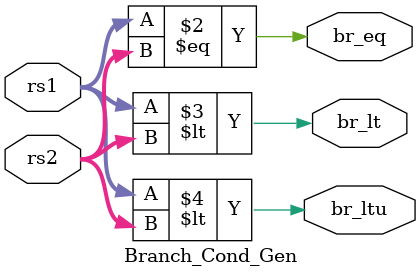
<source format=sv>
`timescale 1ns / 1ps

module Branch_Cond_Gen(
input [31:0] rs1, rs2,
output logic br_eq, br_lt, br_ltu
    );
always_comb //combinational block, set conditonals to binary
begin       //true/false based on evaluation:
  br_eq = (rs1 == rs2);
  br_lt = ($signed(rs1) < $signed(rs2));
  br_ltu = (rs1 < rs2); 
end    
endmodule

</source>
